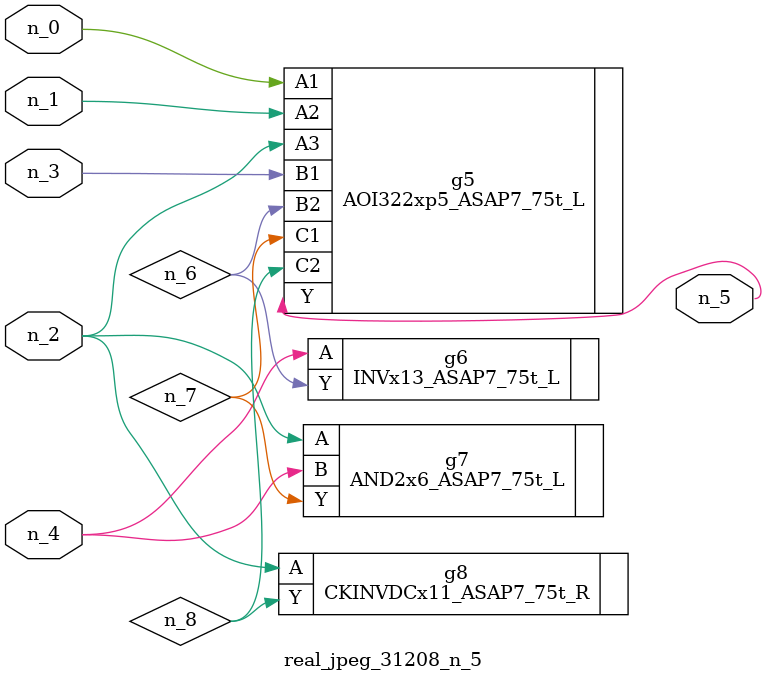
<source format=v>
module real_jpeg_31208_n_5 (n_4, n_0, n_1, n_2, n_3, n_5);

input n_4;
input n_0;
input n_1;
input n_2;
input n_3;

output n_5;

wire n_8;
wire n_6;
wire n_7;

AOI322xp5_ASAP7_75t_L g5 ( 
.A1(n_0),
.A2(n_1),
.A3(n_2),
.B1(n_3),
.B2(n_6),
.C1(n_7),
.C2(n_8),
.Y(n_5)
);

AND2x6_ASAP7_75t_L g7 ( 
.A(n_2),
.B(n_4),
.Y(n_7)
);

CKINVDCx11_ASAP7_75t_R g8 ( 
.A(n_2),
.Y(n_8)
);

INVx13_ASAP7_75t_L g6 ( 
.A(n_4),
.Y(n_6)
);


endmodule
</source>
